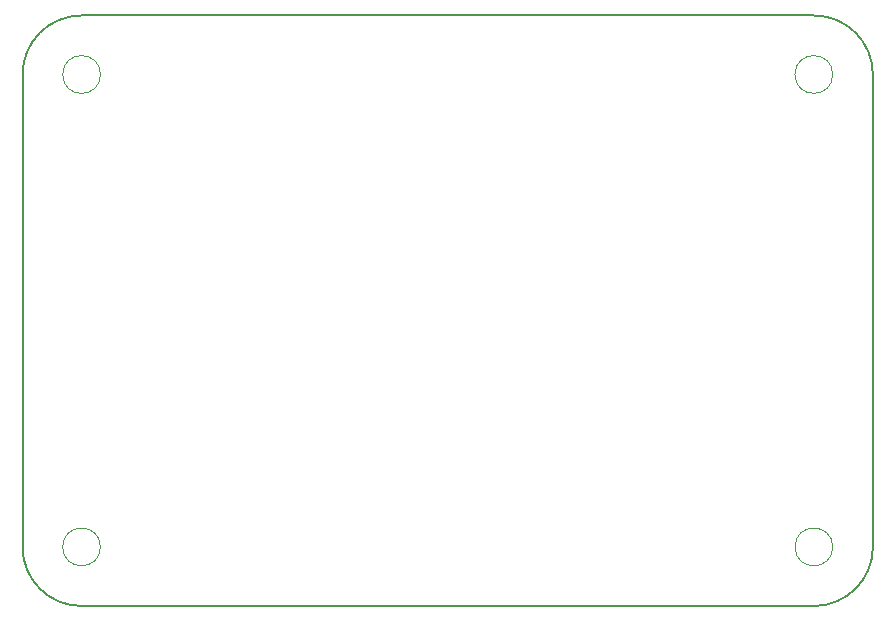
<source format=gm1>
G04 #@! TF.GenerationSoftware,KiCad,Pcbnew,7.0.10*
G04 #@! TF.CreationDate,2024-02-23T22:27:58+01:00*
G04 #@! TF.ProjectId,WLED_Controller,574c4544-5f43-46f6-9e74-726f6c6c6572,rev?*
G04 #@! TF.SameCoordinates,Original*
G04 #@! TF.FileFunction,Profile,NP*
%FSLAX46Y46*%
G04 Gerber Fmt 4.6, Leading zero omitted, Abs format (unit mm)*
G04 Created by KiCad (PCBNEW 7.0.10) date 2024-02-23 22:27:58*
%MOMM*%
%LPD*%
G01*
G04 APERTURE LIST*
G04 #@! TA.AperFunction,Profile*
%ADD10C,0.200000*%
G04 #@! TD*
G04 #@! TA.AperFunction,Profile*
%ADD11C,0.100000*%
G04 #@! TD*
G04 APERTURE END LIST*
D10*
X72000000Y5000000D02*
X72000000Y45000000D01*
D11*
X68600000Y5000000D02*
G75*
G03*
X65400000Y5000000I-1600000J0D01*
G01*
X65400000Y5000000D02*
G75*
G03*
X68600000Y5000000I1600000J0D01*
G01*
X6600000Y5000000D02*
G75*
G03*
X3400000Y5000000I-1600000J0D01*
G01*
X3400000Y5000000D02*
G75*
G03*
X6600000Y5000000I1600000J0D01*
G01*
D10*
X67000000Y50000000D02*
X5000000Y50000000D01*
D11*
X68600000Y45000000D02*
G75*
G03*
X65400000Y45000000I-1600000J0D01*
G01*
X65400000Y45000000D02*
G75*
G03*
X68600000Y45000000I1600000J0D01*
G01*
D10*
X67000000Y0D02*
G75*
G03*
X72000000Y5000000I0J5000000D01*
G01*
X5000000Y50000000D02*
G75*
G03*
X0Y45000000I1J-5000001D01*
G01*
X0Y45000000D02*
X0Y5000000D01*
X5000000Y0D02*
X67000000Y0D01*
X72000000Y45000000D02*
G75*
G03*
X67000000Y50000000I-5000000J0D01*
G01*
D11*
X6600000Y45000000D02*
G75*
G03*
X3400000Y45000000I-1600000J0D01*
G01*
X3400000Y45000000D02*
G75*
G03*
X6600000Y45000000I1600000J0D01*
G01*
D10*
X0Y5000000D02*
G75*
G03*
X5000000Y0I5000000J0D01*
G01*
M02*

</source>
